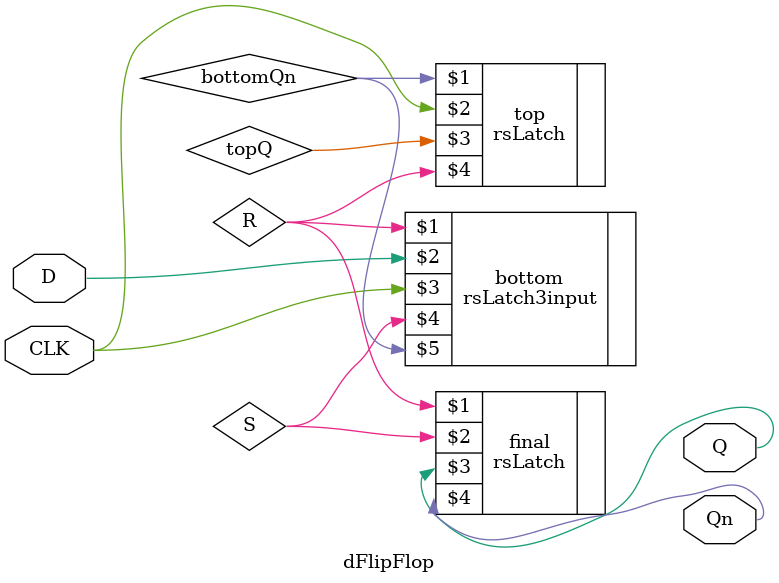
<source format=v>
`timescale 1ns / 1ps
module dFlipFlop(
    input D,
    input CLK,
    output Q,
	 output Qn
    );
	 
	 wire R;
	 wire S;
	 wire topQ;
	 wire bottomQn;
	 
	rsLatch top(bottomQn, CLK, topQ, R);
	rsLatch3input bottom(R, D, CLK, S, bottomQn);
	rsLatch final(R, S, Q, Qn);

endmodule

</source>
